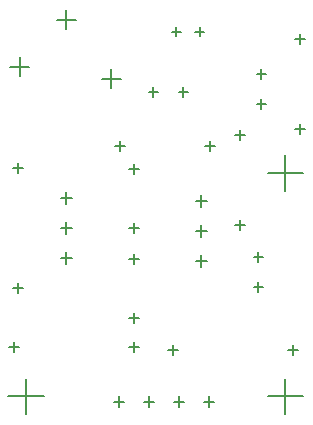
<source format=gbr>
%TF.GenerationSoftware,Altium Limited,Altium Designer,23.7.1 (13)*%
G04 Layer_Color=128*
%FSLAX45Y45*%
%MOMM*%
%TF.SameCoordinates,8B45DB0F-F0D4-485E-9900-1B50B3984352*%
%TF.FilePolarity,Positive*%
%TF.FileFunction,Drillmap*%
%TF.Part,Single*%
G01*
G75*
%TA.AperFunction,NonConductor*%
%ADD29C,0.12700*%
D29*
X2622550Y12138660D02*
X2782570D01*
X2702560Y12058650D02*
Y12218670D01*
X3991000Y12433300D02*
X4067200D01*
X4029100Y12395200D02*
Y12471400D01*
X4191000Y12433300D02*
X4267200D01*
X4229100Y12395200D02*
Y12471400D01*
X3399790Y12037060D02*
X3559810D01*
X3479800Y11957050D02*
Y12117070D01*
X3018790Y12534900D02*
X3178810D01*
X3098800Y12454890D02*
Y12614910D01*
X3630301Y10511600D02*
X3710300D01*
X3670301Y10471600D02*
Y10551600D01*
X3630300Y10011600D02*
X3710299D01*
X3670299Y9971600D02*
Y10051600D01*
X3630300Y10773600D02*
X3710299D01*
X3670299Y10733600D02*
Y10813600D01*
X3630301Y11273600D02*
X3710300D01*
X3670301Y11233600D02*
Y11313600D01*
X4260300Y9301480D02*
X4350300D01*
X4305300Y9256480D02*
Y9346480D01*
X4006300Y9301480D02*
X4096300D01*
X4051300Y9256480D02*
Y9346480D01*
X3752300Y9301480D02*
X3842300D01*
X3797300Y9256480D02*
Y9346480D01*
X3498300Y9301480D02*
X3588300D01*
X3543300Y9256480D02*
Y9346480D01*
X4974000Y9740900D02*
X5059000D01*
X5016500Y9698400D02*
Y9783400D01*
X3958000Y9740900D02*
X4043000D01*
X4000500Y9698400D02*
Y9783400D01*
X4684400Y10274300D02*
X4764400D01*
X4724400Y10234300D02*
Y10314300D01*
X4684400Y10528300D02*
X4764400D01*
X4724400Y10488300D02*
Y10568300D01*
X4709800Y11823700D02*
X4789800D01*
X4749800Y11783700D02*
Y11863700D01*
X4709800Y12077700D02*
X4789800D01*
X4749800Y12037700D02*
Y12117700D01*
X2611800Y9766300D02*
X2696800D01*
X2654300Y9723800D02*
Y9808800D01*
X3627800Y9766300D02*
X3712800D01*
X3670300Y9723800D02*
Y9808800D01*
X2605900Y9347200D02*
X2905900D01*
X2755900Y9197200D02*
Y9497200D01*
X4803000Y9347200D02*
X5103000D01*
X4953000Y9197200D02*
Y9497200D01*
X4803000Y11239500D02*
X5103000D01*
X4953000Y11089500D02*
Y11389500D01*
X4529500Y10795000D02*
X4614500D01*
X4572000Y10752500D02*
Y10837500D01*
X4529500Y11557000D02*
X4614500D01*
X4572000Y11514500D02*
Y11599500D01*
X4049400Y11925300D02*
X4129400D01*
X4089400Y11885300D02*
Y11965300D01*
X3795400Y11925300D02*
X3875400D01*
X3835400Y11885300D02*
Y11965300D01*
X4275500Y11468100D02*
X4360500D01*
X4318000Y11425600D02*
Y11510600D01*
X3513500Y11468100D02*
X3598500D01*
X3556000Y11425600D02*
Y11510600D01*
X4191800Y10998200D02*
X4291800D01*
X4241800Y10948200D02*
Y11048200D01*
X4191800Y10744200D02*
X4291800D01*
X4241800Y10694200D02*
Y10794200D01*
X4191800Y10490200D02*
X4291800D01*
X4241800Y10440200D02*
Y10540200D01*
X2647200Y10261600D02*
X2732200D01*
X2689700Y10219100D02*
Y10304100D01*
X2647200Y11277600D02*
X2732200D01*
X2689700Y11235100D02*
Y11320100D01*
X3048800Y10515600D02*
X3148800D01*
X3098800Y10465600D02*
Y10565600D01*
X3048800Y10769600D02*
X3148800D01*
X3098800Y10719600D02*
Y10819600D01*
X3048800Y11023600D02*
X3148800D01*
X3098800Y10973600D02*
Y11073600D01*
X5037500Y12369800D02*
X5122500D01*
X5080000Y12327300D02*
Y12412300D01*
X5037500Y11607800D02*
X5122500D01*
X5080000Y11565300D02*
Y11650300D01*
%TF.MD5,67d8908b376cec8974048535cfc6df66*%
M02*

</source>
